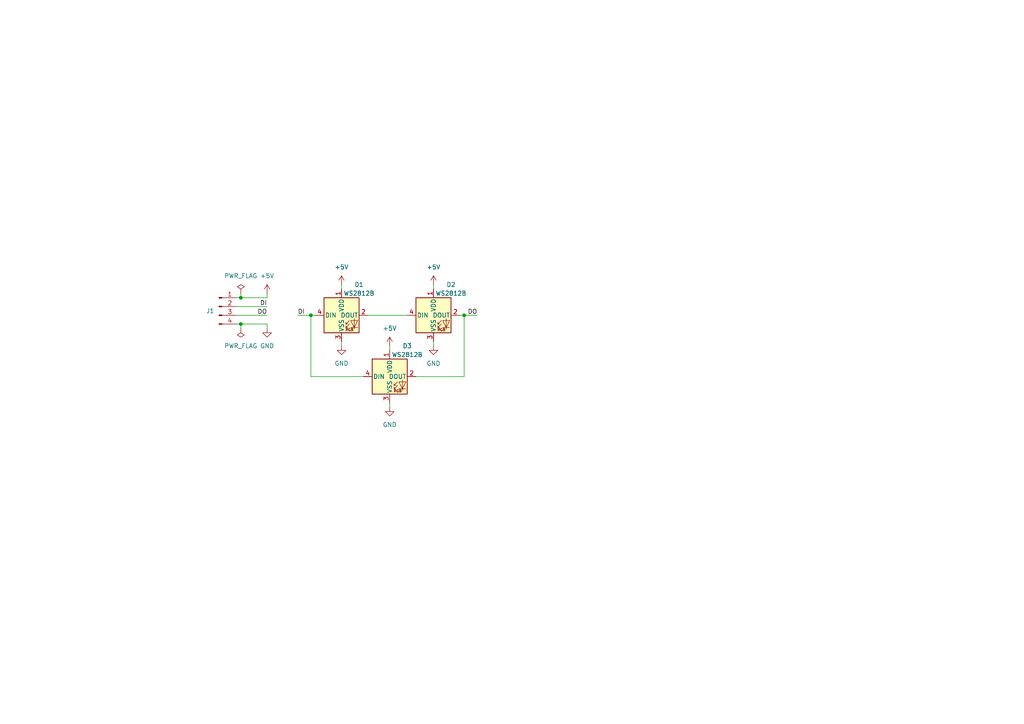
<source format=kicad_sch>
(kicad_sch (version 20230121) (generator eeschema)
  (paper "A4")
  (lib_symbols
    (symbol "Connector:Conn_01x04_Pin" (pin_names (offset 1.016) hide)
      (property "Reference" "J" (at 0 5.08 0))
      (property "Value" "Conn_01x04_Pin" (at 0 -7.62 0))
      (symbol "Conn_01x04_Pin_1_1"
        (polyline (pts (xy 1.27 -5.08) (xy 0.8636 -5.08)) (stroke (width 0.1524)))
        (polyline (pts (xy 1.27 -2.54) (xy 0.8636 -2.54)) (stroke (width 0.1524)))
        (polyline (pts (xy 1.27 0) (xy 0.8636 0)) (stroke (width 0.1524)))
        (polyline (pts (xy 1.27 2.54) (xy 0.8636 2.54)) (stroke (width 0.1524)))
        (rectangle (start 0.8636 -4.953) (end 0 -5.207) (stroke (width 0.1524)) (fill (type outline)))
        (rectangle (start 0.8636 -2.413) (end 0 -2.667) (stroke (width 0.1524)) (fill (type outline)))
        (rectangle (start 0.8636 0.127) (end 0 -0.127) (stroke (width 0.1524)) (fill (type outline)))
        (rectangle (start 0.8636 2.667) (end 0 2.413) (stroke (width 0.1524)) (fill (type outline)))
        (pin passive line (at 5.08 2.54 180) (length 3.81) (name "Pin_1") (number "1"))
        (pin passive line (at 5.08 0 180) (length 3.81) (name "Pin_2") (number "2"))
        (pin passive line (at 5.08 -2.54 180) (length 3.81) (name "Pin_3") (number "3"))
        (pin passive line (at 5.08 -5.08 180) (length 3.81) (name "Pin_4") (number "4"))
      )
    )
    (symbol "LED:WS2812B" (pin_names (offset 0.254))
      (property "Reference" "D" (at 5.08 5.715 0))
      (property "Value" "WS2812B" (at 1.27 -5.715 0))
      (symbol "WS2812B_0_0"
        (text "RGB" (at 2.286 -4.191 0) (effects (font (size 0.762 0.762))))
      )
      (symbol "WS2812B_0_1"
        (polyline (pts (xy 1.27 -3.556) (xy 1.778 -3.556)))
        (polyline (pts (xy 1.27 -2.54) (xy 1.778 -2.54)))
        (polyline (pts (xy 4.699 -3.556) (xy 2.667 -3.556)))
        (polyline (pts (xy 2.286 -2.54) (xy 1.27 -3.556) (xy 1.27 -3.048)))
        (polyline (pts (xy 2.286 -1.524) (xy 1.27 -2.54) (xy 1.27 -2.032)))
        (polyline (pts (xy 3.683 -1.016) (xy 3.683 -3.556) (xy 3.683 -4.064)))
        (polyline (pts (xy 4.699 -1.524) (xy 2.667 -1.524) (xy 3.683 -3.556) (xy 4.699 -1.524)))
        (rectangle (start 5.08 5.08) (end -5.08 -5.08) (stroke (width 0.254)) (fill (type background)))
      )
      (symbol "WS2812B_1_1"
        (pin power_in line (at 0 7.62 270) (length 2.54) (name "VDD") (number "1"))
        (pin output line (at 7.62 0 180) (length 2.54) (name "DOUT") (number "2"))
        (pin power_in line (at 0 -7.62 90) (length 2.54) (name "VSS") (number "3"))
        (pin input line (at -7.62 0 0) (length 2.54) (name "DIN") (number "4"))
      )
    )
    (symbol "power:+5V" (power) (pin_names (offset 0))
      (property "Value" "+5V" (at 0 3.556 0))
      (symbol "+5V_0_1"
        (polyline (pts (xy -0.762 1.27) (xy 0 2.54)))
        (polyline (pts (xy 0 0) (xy 0 2.54)))
        (polyline (pts (xy 0 2.54) (xy 0.762 1.27)))
      )
      (symbol "+5V_1_1"
        (pin power_in line (at 0 0 90) (length 0) hide (name "+5V") (number "1"))
      )
    )
    (symbol "power:GND" (power) (pin_names (offset 0))
      (property "Value" "GND" (at 0 -3.81 0))
      (symbol "GND_0_1"
        (polyline (pts (xy 0 0) (xy 0 -1.27) (xy 1.27 -1.27) (xy 0 -2.54) (xy -1.27 -1.27) (xy 0 -1.27)))
      )
      (symbol "GND_1_1"
        (pin power_in line (at 0 0 270) (length 0) hide (name "GND") (number "1"))
      )
    )
    (symbol "power:PWR_FLAG" (power) (pin_numbers hide) (pin_names (offset 0) hide)
      (property "Value" "PWR_FLAG" (at 0 3.81 0))
      (symbol "PWR_FLAG_0_0"
        (pin power_out line (at 0 0 90) (length 0) (name "pwr") (number "1"))
      )
      (symbol "PWR_FLAG_0_1"
        (polyline (pts (xy 0 0) (xy 0 1.27) (xy -1.016 1.905) (xy 0 2.54) (xy 1.016 1.905) (xy 0 1.27)))
      )
    )
  )
  (junction (at 69.85 86.36))
  (junction (at 134.62 91.44))
  (junction (at 69.85 93.98))
  (junction (at 90.17 91.44))
  (wire (pts (xy 68.58 88.9) (xy 77.47 88.9)))
  (wire (pts (xy 68.58 86.36) (xy 69.85 86.36)))
  (wire (pts (xy 69.85 85.09) (xy 69.85 86.36)))
  (wire (pts (xy 77.47 85.09) (xy 77.47 86.36)))
  (wire (pts (xy 106.68 91.44) (xy 118.11 91.44)))
  (wire (pts (xy 125.73 82.55) (xy 125.73 83.82)))
  (wire (pts (xy 68.58 93.98) (xy 69.85 93.98)))
  (wire (pts (xy 90.17 109.22) (xy 105.41 109.22)))
  (wire (pts (xy 134.62 109.22) (xy 134.62 91.44)))
  (wire (pts (xy 125.73 99.06) (xy 125.73 100.33)))
  (wire (pts (xy 68.58 91.44) (xy 77.47 91.44)))
  (wire (pts (xy 90.17 91.44) (xy 91.44 91.44)))
  (wire (pts (xy 120.65 109.22) (xy 134.62 109.22)))
  (wire (pts (xy 113.03 100.33) (xy 113.03 101.6)))
  (wire (pts (xy 99.06 82.55) (xy 99.06 83.82)))
  (wire (pts (xy 69.85 86.36) (xy 77.47 86.36)))
  (wire (pts (xy 134.62 91.44) (xy 138.43 91.44)))
  (wire (pts (xy 69.85 93.98) (xy 77.47 93.98)))
  (wire (pts (xy 99.06 99.06) (xy 99.06 100.33)))
  (wire (pts (xy 133.35 91.44) (xy 134.62 91.44)))
  (wire (pts (xy 77.47 93.98) (xy 77.47 95.25)))
  (wire (pts (xy 90.17 91.44) (xy 90.17 109.22)))
  (wire (pts (xy 113.03 116.84) (xy 113.03 118.11)))
  (wire (pts (xy 86.36 91.44) (xy 90.17 91.44)))
  (wire (pts (xy 69.85 93.98) (xy 69.85 95.25)))
  (label "DI" (at 86.36 91.44 0))
  (label "DO" (at 138.43 91.44 180))
  (label "DI" (at 77.47 88.9 180))
  (label "DO" (at 77.47 91.44 180))
  (symbol (lib_id "LED:WS2812B") (at 125.73 91.44 0) (unit 1)
    (property "Reference" "D2" (at 130.81 82.55 0))
    (property "Value" "WS2812B" (at 130.81 85.09 0))
    (property "Footprint" "LED_SMD:LED_WS2812B-2020_PLCC4_2.0x2.0mm" (effects hide))
    (property "Datasheet" "https://cdn-shop.adafruit.com/datasheets/WS2812B.pdf" (effects hide))
  )
  (symbol (lib_id "LED:WS2812B") (at 99.06 91.44 0) (unit 1)
    (property "Reference" "D1" (at 104.14 82.55 0))
    (property "Value" "WS2812B" (at 104.14 85.09 0))
    (property "Footprint" "LED_SMD:LED_WS2812B-2020_PLCC4_2.0x2.0mm" (effects hide))
    (property "Datasheet" "https://cdn-shop.adafruit.com/datasheets/WS2812B.pdf" (effects hide))
  )
  (symbol (lib_id "power:+5V") (at 77.47 85.09 0) (unit 1)
    (property "Reference" "#PWR07" (effects hide))
    (property "Value" "+5V" (at 77.47 80.01 0))
  )
  (symbol (lib_id "power:PWR_FLAG") (at 69.85 85.09 0) (unit 1)
    (property "Reference" "#FLG01" (effects hide))
    (property "Value" "PWR_FLAG" (at 69.85 80.01 0))
  )
  (symbol (lib_id "power:GND") (at 77.47 95.25 0) (unit 1)
    (property "Reference" "#PWR08" (effects hide))
    (property "Value" "GND" (at 77.47 100.33 0))
  )
  (symbol (lib_id "power:+5V") (at 113.03 100.33 0) (unit 1)
    (property "Reference" "#PWR01" (effects hide))
    (property "Value" "+5V" (at 113.03 95.25 0))
  )
  (symbol (lib_id "Connector:Conn_01x04_Pin") (at 63.5 88.9 0) (unit 1)
    (property "Reference" "J1" (at 60.96 90.17 0))
    (property "Value" "Conn_01x04_Pin" (effects hide))
    (property "Footprint" "AETTech_Library:PB86-XX-LEDCarrier" (effects hide))
  )
  (symbol (lib_id "power:+5V") (at 99.06 82.55 0) (unit 1)
    (property "Reference" "#PWR02" (effects hide))
    (property "Value" "+5V" (at 99.06 77.47 0))
  )
  (symbol (lib_id "power:GND") (at 99.06 100.33 0) (unit 1)
    (property "Reference" "#PWR06" (effects hide))
    (property "Value" "GND" (at 99.06 105.41 0))
  )
  (symbol (lib_id "power:GND") (at 125.73 100.33 0) (unit 1)
    (property "Reference" "#PWR04" (effects hide))
    (property "Value" "GND" (at 125.73 105.41 0))
  )
  (symbol (lib_id "power:GND") (at 113.03 118.11 0) (unit 1)
    (property "Reference" "#PWR05" (effects hide))
    (property "Value" "GND" (at 113.03 123.19 0))
  )
  (symbol (lib_id "LED:WS2812B") (at 113.03 109.22 0) (unit 1)
    (property "Reference" "D3" (at 118.11 100.33 0))
    (property "Value" "WS2812B" (at 118.11 102.87 0))
    (property "Footprint" "LED_SMD:LED_WS2812B-2020_PLCC4_2.0x2.0mm" (effects hide))
    (property "Datasheet" "https://cdn-shop.adafruit.com/datasheets/WS2812B.pdf" (effects hide))
  )
  (symbol (lib_id "power:PWR_FLAG") (at 69.85 95.25 180) (unit 1)
    (property "Reference" "#FLG02" (effects hide))
    (property "Value" "PWR_FLAG" (at 69.85 100.33 0))
  )
  (symbol (lib_id "power:+5V") (at 125.73 82.55 0) (unit 1)
    (property "Reference" "#PWR03" (effects hide))
    (property "Value" "+5V" (at 125.73 77.47 0))
  )
)
</source>
